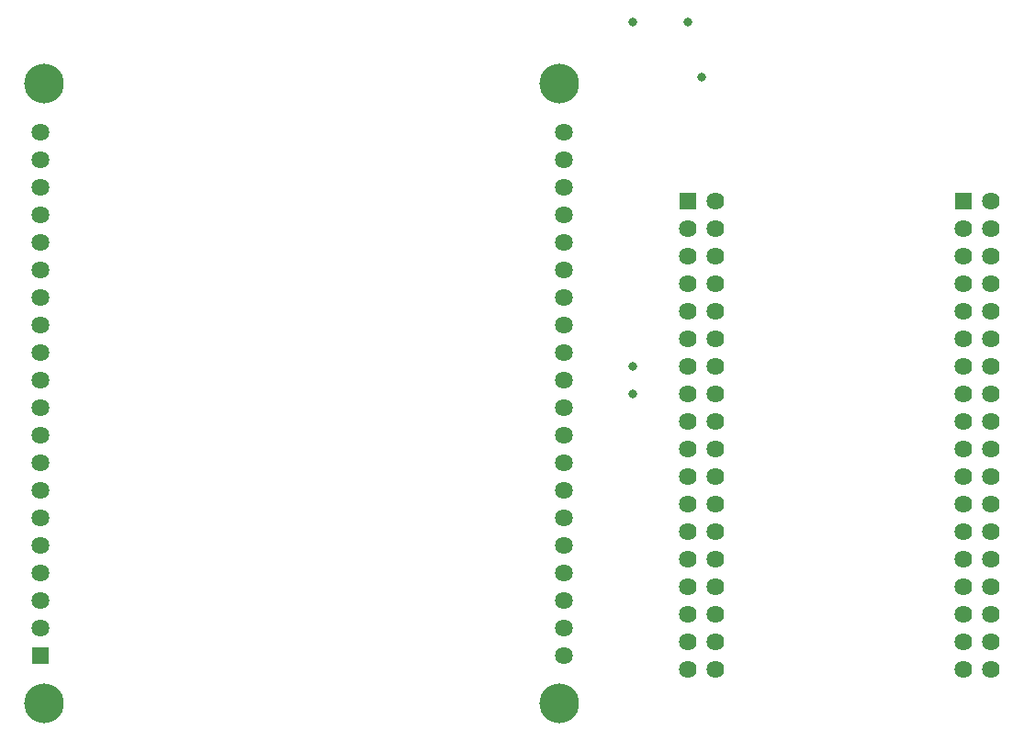
<source format=gbr>
G04*
G04 #@! TF.GenerationSoftware,Altium Limited,Altium Designer,25.5.2 (35)*
G04*
G04 Layer_Color=16711935*
%FSLAX25Y25*%
%MOIN*%
G70*
G04*
G04 #@! TF.SameCoordinates,B2316909-82D1-4C6C-8CF9-3FEF708230A5*
G04*
G04*
G04 #@! TF.FilePolarity,Negative*
G04*
G01*
G75*
%ADD18R,0.06400X0.06400*%
%ADD19C,0.06400*%
%ADD20C,0.14400*%
%ADD21R,0.06424X0.06424*%
%ADD22C,0.06424*%
%ADD23C,0.03156*%
D18*
X260000Y220000D02*
D03*
X360000D02*
D03*
D19*
X270000D02*
D03*
X260000Y210000D02*
D03*
X270000D02*
D03*
X260000Y200000D02*
D03*
X270000D02*
D03*
X260000Y190000D02*
D03*
X270000D02*
D03*
X260000Y180000D02*
D03*
X270000D02*
D03*
X260000Y170000D02*
D03*
X270000D02*
D03*
X260000Y160000D02*
D03*
X270000D02*
D03*
X260000Y150000D02*
D03*
X270000D02*
D03*
X260000Y140000D02*
D03*
X270000D02*
D03*
X260000Y130000D02*
D03*
X270000D02*
D03*
X260000Y120000D02*
D03*
X270000D02*
D03*
X260000Y110000D02*
D03*
X270000D02*
D03*
X260000Y100000D02*
D03*
X270000D02*
D03*
X260000Y90000D02*
D03*
X270000D02*
D03*
X260000Y80000D02*
D03*
X270000D02*
D03*
X260000Y70000D02*
D03*
X270000D02*
D03*
X260000Y60000D02*
D03*
X270000D02*
D03*
X260000Y50000D02*
D03*
X270000D02*
D03*
X370000Y220000D02*
D03*
X360000Y210000D02*
D03*
X370000D02*
D03*
X360000Y200000D02*
D03*
X370000D02*
D03*
X360000Y190000D02*
D03*
X370000D02*
D03*
X360000Y180000D02*
D03*
X370000D02*
D03*
X360000Y170000D02*
D03*
X370000D02*
D03*
X360000Y160000D02*
D03*
X370000D02*
D03*
X360000Y150000D02*
D03*
X370000D02*
D03*
X360000Y140000D02*
D03*
X370000D02*
D03*
X360000Y130000D02*
D03*
X370000D02*
D03*
X360000Y120000D02*
D03*
X370000D02*
D03*
X360000Y110000D02*
D03*
X370000D02*
D03*
X360000Y100000D02*
D03*
X370000D02*
D03*
X360000Y90000D02*
D03*
X370000D02*
D03*
X360000Y80000D02*
D03*
X370000D02*
D03*
X360000Y70000D02*
D03*
X370000D02*
D03*
X360000Y60000D02*
D03*
X370000D02*
D03*
X360000Y50000D02*
D03*
X370000D02*
D03*
D20*
X26500Y37500D02*
D03*
X213500D02*
D03*
X26500Y262500D02*
D03*
X213500D02*
D03*
D21*
X25000Y55000D02*
D03*
D22*
Y145000D02*
D03*
Y135000D02*
D03*
Y125000D02*
D03*
Y115000D02*
D03*
Y105000D02*
D03*
Y95000D02*
D03*
Y85000D02*
D03*
Y75000D02*
D03*
Y65000D02*
D03*
Y155000D02*
D03*
Y165000D02*
D03*
Y175000D02*
D03*
Y185000D02*
D03*
Y195000D02*
D03*
Y205000D02*
D03*
Y215000D02*
D03*
Y225000D02*
D03*
Y235000D02*
D03*
Y245000D02*
D03*
X215000Y55000D02*
D03*
Y65000D02*
D03*
Y75000D02*
D03*
Y85000D02*
D03*
Y95000D02*
D03*
Y105000D02*
D03*
Y115000D02*
D03*
Y125000D02*
D03*
Y135000D02*
D03*
Y145000D02*
D03*
Y155000D02*
D03*
Y165000D02*
D03*
Y175000D02*
D03*
Y185000D02*
D03*
Y195000D02*
D03*
Y205000D02*
D03*
Y215000D02*
D03*
Y225000D02*
D03*
Y235000D02*
D03*
Y245000D02*
D03*
D23*
X240000Y285000D02*
D03*
X260000D02*
D03*
X265000Y265000D02*
D03*
X240000Y160000D02*
D03*
Y150000D02*
D03*
M02*

</source>
